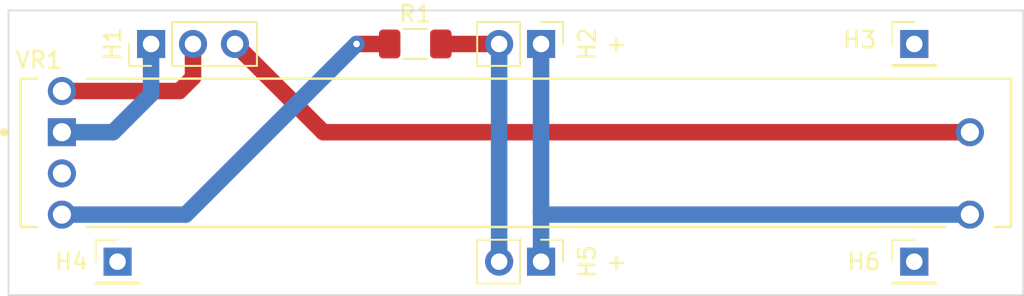
<source format=kicad_pcb>
(kicad_pcb (version 20171130) (host pcbnew 5.1.9-73d0e3b20d~88~ubuntu20.04.1)

  (general
    (thickness 1.6)
    (drawings 6)
    (tracks 19)
    (zones 0)
    (modules 8)
    (nets 1)
  )

  (page A4)
  (layers
    (0 F.Cu signal)
    (31 B.Cu signal)
    (32 B.Adhes user hide)
    (33 F.Adhes user hide)
    (34 B.Paste user hide)
    (35 F.Paste user hide)
    (36 B.SilkS user)
    (37 F.SilkS user)
    (38 B.Mask user)
    (39 F.Mask user)
    (40 Dwgs.User user)
    (41 Cmts.User user)
    (42 Eco1.User user hide)
    (43 Eco2.User user hide)
    (44 Edge.Cuts user)
    (45 Margin user)
    (46 B.CrtYd user)
    (47 F.CrtYd user)
    (48 B.Fab user hide)
    (49 F.Fab user hide)
  )

  (setup
    (last_trace_width 1)
    (user_trace_width 1)
    (trace_clearance 0.2)
    (zone_clearance 0.508)
    (zone_45_only no)
    (trace_min 0.2)
    (via_size 0.8)
    (via_drill 0.4)
    (via_min_size 0.4)
    (via_min_drill 0.3)
    (user_via 1 0.5)
    (uvia_size 0.3)
    (uvia_drill 0.1)
    (uvias_allowed no)
    (uvia_min_size 0.2)
    (uvia_min_drill 0.1)
    (edge_width 0.05)
    (segment_width 0.2)
    (pcb_text_width 0.3)
    (pcb_text_size 1.5 1.5)
    (mod_edge_width 0.12)
    (mod_text_size 1 1)
    (mod_text_width 0.15)
    (pad_size 1.524 1.524)
    (pad_drill 0.762)
    (pad_to_mask_clearance 0)
    (aux_axis_origin 120.396 91.44)
    (grid_origin 122.682 91.44)
    (visible_elements FFFFFF7F)
    (pcbplotparams
      (layerselection 0x010fc_ffffffff)
      (usegerberextensions false)
      (usegerberattributes true)
      (usegerberadvancedattributes true)
      (creategerberjobfile true)
      (excludeedgelayer true)
      (linewidth 0.100000)
      (plotframeref false)
      (viasonmask false)
      (mode 1)
      (useauxorigin false)
      (hpglpennumber 1)
      (hpglpenspeed 20)
      (hpglpendiameter 15.000000)
      (psnegative false)
      (psa4output false)
      (plotreference true)
      (plotvalue true)
      (plotinvisibletext false)
      (padsonsilk false)
      (subtractmaskfromsilk false)
      (outputformat 1)
      (mirror false)
      (drillshape 1)
      (scaleselection 1)
      (outputdirectory ""))
  )

  (net 0 "")

  (net_class Default "This is the default net class."
    (clearance 0.2)
    (trace_width 0.25)
    (via_dia 0.8)
    (via_drill 0.4)
    (uvia_dia 0.3)
    (uvia_drill 0.1)
  )

  (module Connector_PinHeader_2.54mm:PinHeader_1x03_P2.54mm_Vertical (layer F.Cu) (tedit 59FED5CC) (tstamp 605E6D38)
    (at 132.842 84.836 90)
    (descr "Through hole straight pin header, 1x03, 2.54mm pitch, single row")
    (tags "Through hole pin header THT 1x03 2.54mm single row")
    (fp_text reference H1 (at 0 -2.33 90) (layer F.SilkS)
      (effects (font (size 1 1) (thickness 0.15)))
    )
    (fp_text value PinHeader_1x03_P2.54mm_Vertical (at 0 7.41 90) (layer F.Fab)
      (effects (font (size 1 1) (thickness 0.15)))
    )
    (fp_text user %R (at 0 2.54) (layer F.Fab)
      (effects (font (size 1 1) (thickness 0.15)))
    )
    (fp_line (start -0.635 -1.27) (end 1.27 -1.27) (layer F.Fab) (width 0.1))
    (fp_line (start 1.27 -1.27) (end 1.27 6.35) (layer F.Fab) (width 0.1))
    (fp_line (start 1.27 6.35) (end -1.27 6.35) (layer F.Fab) (width 0.1))
    (fp_line (start -1.27 6.35) (end -1.27 -0.635) (layer F.Fab) (width 0.1))
    (fp_line (start -1.27 -0.635) (end -0.635 -1.27) (layer F.Fab) (width 0.1))
    (fp_line (start -1.33 6.41) (end 1.33 6.41) (layer F.SilkS) (width 0.12))
    (fp_line (start -1.33 1.27) (end -1.33 6.41) (layer F.SilkS) (width 0.12))
    (fp_line (start 1.33 1.27) (end 1.33 6.41) (layer F.SilkS) (width 0.12))
    (fp_line (start -1.33 1.27) (end 1.33 1.27) (layer F.SilkS) (width 0.12))
    (fp_line (start -1.33 0) (end -1.33 -1.33) (layer F.SilkS) (width 0.12))
    (fp_line (start -1.33 -1.33) (end 0 -1.33) (layer F.SilkS) (width 0.12))
    (fp_line (start -1.8 -1.8) (end -1.8 6.85) (layer F.CrtYd) (width 0.05))
    (fp_line (start -1.8 6.85) (end 1.8 6.85) (layer F.CrtYd) (width 0.05))
    (fp_line (start 1.8 6.85) (end 1.8 -1.8) (layer F.CrtYd) (width 0.05))
    (fp_line (start 1.8 -1.8) (end -1.8 -1.8) (layer F.CrtYd) (width 0.05))
    (pad 3 thru_hole oval (at 0 5.08 90) (size 1.7 1.7) (drill 1) (layers *.Cu *.Mask))
    (pad 2 thru_hole oval (at 0 2.54 90) (size 1.7 1.7) (drill 1) (layers *.Cu *.Mask))
    (pad 1 thru_hole rect (at 0 0 90) (size 1.7 1.7) (drill 1) (layers *.Cu *.Mask))
    (model ${KISYS3DMOD}/Connector_PinHeader_2.54mm.3dshapes/PinHeader_1x03_P2.54mm_Vertical.wrl
      (at (xyz 0 0 0))
      (scale (xyz 1 1 1))
      (rotate (xyz 0 0 0))
    )
  )

  (module Connector_PinHeader_2.54mm:PinHeader_1x01_P2.54mm_Vertical (layer F.Cu) (tedit 59FED5CC) (tstamp 605E6C67)
    (at 179.07 98.044)
    (descr "Through hole straight pin header, 1x01, 2.54mm pitch, single row")
    (tags "Through hole pin header THT 1x01 2.54mm single row")
    (fp_text reference H6 (at -3.048 0) (layer F.SilkS)
      (effects (font (size 1 1) (thickness 0.15)))
    )
    (fp_text value PinHeader_1x01_P2.54mm_Vertical (at 0 2.33) (layer F.Fab)
      (effects (font (size 1 1) (thickness 0.15)))
    )
    (fp_line (start -0.635 -1.27) (end 1.27 -1.27) (layer F.Fab) (width 0.1))
    (fp_line (start 1.27 -1.27) (end 1.27 1.27) (layer F.Fab) (width 0.1))
    (fp_line (start 1.27 1.27) (end -1.27 1.27) (layer F.Fab) (width 0.1))
    (fp_line (start -1.27 1.27) (end -1.27 -0.635) (layer F.Fab) (width 0.1))
    (fp_line (start -1.27 -0.635) (end -0.635 -1.27) (layer F.Fab) (width 0.1))
    (fp_line (start -1.33 1.33) (end 1.33 1.33) (layer F.SilkS) (width 0.12))
    (fp_line (start -1.33 1.27) (end -1.33 1.33) (layer F.SilkS) (width 0.12))
    (fp_line (start 1.33 1.27) (end 1.33 1.33) (layer F.SilkS) (width 0.12))
    (fp_line (start -1.33 1.27) (end 1.33 1.27) (layer F.SilkS) (width 0.12))
    (fp_line (start -1.33 0) (end -1.33 -1.33) (layer F.SilkS) (width 0.12))
    (fp_line (start -1.33 -1.33) (end 0 -1.33) (layer F.SilkS) (width 0.12))
    (fp_line (start -1.8 -1.8) (end -1.8 1.8) (layer F.CrtYd) (width 0.05))
    (fp_line (start -1.8 1.8) (end 1.8 1.8) (layer F.CrtYd) (width 0.05))
    (fp_line (start 1.8 1.8) (end 1.8 -1.8) (layer F.CrtYd) (width 0.05))
    (fp_line (start 1.8 -1.8) (end -1.8 -1.8) (layer F.CrtYd) (width 0.05))
    (fp_text user %R (at 0 0 90) (layer F.Fab)
      (effects (font (size 1 1) (thickness 0.15)))
    )
    (pad 1 thru_hole rect (at 0 0) (size 1.7 1.7) (drill 1) (layers *.Cu *.Mask))
    (model ${KISYS3DMOD}/Connector_PinHeader_2.54mm.3dshapes/PinHeader_1x01_P2.54mm_Vertical.wrl
      (at (xyz 0 0 0))
      (scale (xyz 1 1 1))
      (rotate (xyz 0 0 0))
    )
  )

  (module Connector_PinHeader_2.54mm:PinHeader_1x01_P2.54mm_Vertical (layer F.Cu) (tedit 59FED5CC) (tstamp 605E6C3A)
    (at 179.07 84.836)
    (descr "Through hole straight pin header, 1x01, 2.54mm pitch, single row")
    (tags "Through hole pin header THT 1x01 2.54mm single row")
    (fp_text reference H3 (at -3.302 -0.254) (layer F.SilkS)
      (effects (font (size 1 1) (thickness 0.15)))
    )
    (fp_text value PinHeader_1x01_P2.54mm_Vertical (at 0 2.33) (layer F.Fab)
      (effects (font (size 1 1) (thickness 0.15)))
    )
    (fp_line (start -0.635 -1.27) (end 1.27 -1.27) (layer F.Fab) (width 0.1))
    (fp_line (start 1.27 -1.27) (end 1.27 1.27) (layer F.Fab) (width 0.1))
    (fp_line (start 1.27 1.27) (end -1.27 1.27) (layer F.Fab) (width 0.1))
    (fp_line (start -1.27 1.27) (end -1.27 -0.635) (layer F.Fab) (width 0.1))
    (fp_line (start -1.27 -0.635) (end -0.635 -1.27) (layer F.Fab) (width 0.1))
    (fp_line (start -1.33 1.33) (end 1.33 1.33) (layer F.SilkS) (width 0.12))
    (fp_line (start -1.33 1.27) (end -1.33 1.33) (layer F.SilkS) (width 0.12))
    (fp_line (start 1.33 1.27) (end 1.33 1.33) (layer F.SilkS) (width 0.12))
    (fp_line (start -1.33 1.27) (end 1.33 1.27) (layer F.SilkS) (width 0.12))
    (fp_line (start -1.33 0) (end -1.33 -1.33) (layer F.SilkS) (width 0.12))
    (fp_line (start -1.33 -1.33) (end 0 -1.33) (layer F.SilkS) (width 0.12))
    (fp_line (start -1.8 -1.8) (end -1.8 1.8) (layer F.CrtYd) (width 0.05))
    (fp_line (start -1.8 1.8) (end 1.8 1.8) (layer F.CrtYd) (width 0.05))
    (fp_line (start 1.8 1.8) (end 1.8 -1.8) (layer F.CrtYd) (width 0.05))
    (fp_line (start 1.8 -1.8) (end -1.8 -1.8) (layer F.CrtYd) (width 0.05))
    (fp_text user %R (at 0 0 90) (layer F.Fab)
      (effects (font (size 1 1) (thickness 0.15)))
    )
    (pad 1 thru_hole rect (at 0 0) (size 1.7 1.7) (drill 1) (layers *.Cu *.Mask))
    (model ${KISYS3DMOD}/Connector_PinHeader_2.54mm.3dshapes/PinHeader_1x01_P2.54mm_Vertical.wrl
      (at (xyz 0 0 0))
      (scale (xyz 1 1 1))
      (rotate (xyz 0 0 0))
    )
  )

  (module Resistor_SMD:R_1206_3216Metric_Pad1.30x1.75mm_HandSolder (layer F.Cu) (tedit 5F68FEEE) (tstamp 605E6BDC)
    (at 148.844 84.836)
    (descr "Resistor SMD 1206 (3216 Metric), square (rectangular) end terminal, IPC_7351 nominal with elongated pad for handsoldering. (Body size source: IPC-SM-782 page 72, https://www.pcb-3d.com/wordpress/wp-content/uploads/ipc-sm-782a_amendment_1_and_2.pdf), generated with kicad-footprint-generator")
    (tags "resistor handsolder")
    (attr smd)
    (fp_text reference R1 (at 0 -1.82) (layer F.SilkS)
      (effects (font (size 1 1) (thickness 0.15)))
    )
    (fp_text value R_1206_3216Metric_Pad1.30x1.75mm_HandSolder (at 0 1.82) (layer F.Fab)
      (effects (font (size 1 1) (thickness 0.15)))
    )
    (fp_line (start -1.6 0.8) (end -1.6 -0.8) (layer F.Fab) (width 0.1))
    (fp_line (start -1.6 -0.8) (end 1.6 -0.8) (layer F.Fab) (width 0.1))
    (fp_line (start 1.6 -0.8) (end 1.6 0.8) (layer F.Fab) (width 0.1))
    (fp_line (start 1.6 0.8) (end -1.6 0.8) (layer F.Fab) (width 0.1))
    (fp_line (start -0.727064 -0.91) (end 0.727064 -0.91) (layer F.SilkS) (width 0.12))
    (fp_line (start -0.727064 0.91) (end 0.727064 0.91) (layer F.SilkS) (width 0.12))
    (fp_line (start -2.45 1.12) (end -2.45 -1.12) (layer F.CrtYd) (width 0.05))
    (fp_line (start -2.45 -1.12) (end 2.45 -1.12) (layer F.CrtYd) (width 0.05))
    (fp_line (start 2.45 -1.12) (end 2.45 1.12) (layer F.CrtYd) (width 0.05))
    (fp_line (start 2.45 1.12) (end -2.45 1.12) (layer F.CrtYd) (width 0.05))
    (fp_text user %R (at 0 0) (layer F.Fab)
      (effects (font (size 0.8 0.8) (thickness 0.12)))
    )
    (pad 1 smd roundrect (at -1.55 0) (size 1.3 1.75) (layers F.Cu F.Paste F.Mask) (roundrect_rratio 0.192308))
    (pad 2 smd roundrect (at 1.55 0) (size 1.3 1.75) (layers F.Cu F.Paste F.Mask) (roundrect_rratio 0.192308))
    (model ${KISYS3DMOD}/Resistor_SMD.3dshapes/R_1206_3216Metric.wrl
      (at (xyz 0 0 0))
      (scale (xyz 1 1 1))
      (rotate (xyz 0 0 0))
    )
  )

  (module Connector_PinHeader_2.54mm:PinHeader_1x02_P2.54mm_Vertical (layer F.Cu) (tedit 59FED5CC) (tstamp 605E6BB0)
    (at 156.464 98.044 270)
    (descr "Through hole straight pin header, 1x02, 2.54mm pitch, single row")
    (tags "Through hole pin header THT 1x02 2.54mm single row")
    (fp_text reference H5 (at 0 -2.794 90) (layer F.SilkS)
      (effects (font (size 1 1) (thickness 0.15)))
    )
    (fp_text value PinHeader_1x02_P2.54mm_Vertical (at 0 4.87 90) (layer F.Fab)
      (effects (font (size 1 1) (thickness 0.15)))
    )
    (fp_line (start -0.635 -1.27) (end 1.27 -1.27) (layer F.Fab) (width 0.1))
    (fp_line (start 1.27 -1.27) (end 1.27 3.81) (layer F.Fab) (width 0.1))
    (fp_line (start 1.27 3.81) (end -1.27 3.81) (layer F.Fab) (width 0.1))
    (fp_line (start -1.27 3.81) (end -1.27 -0.635) (layer F.Fab) (width 0.1))
    (fp_line (start -1.27 -0.635) (end -0.635 -1.27) (layer F.Fab) (width 0.1))
    (fp_line (start -1.33 3.87) (end 1.33 3.87) (layer F.SilkS) (width 0.12))
    (fp_line (start -1.33 1.27) (end -1.33 3.87) (layer F.SilkS) (width 0.12))
    (fp_line (start 1.33 1.27) (end 1.33 3.87) (layer F.SilkS) (width 0.12))
    (fp_line (start -1.33 1.27) (end 1.33 1.27) (layer F.SilkS) (width 0.12))
    (fp_line (start -1.33 0) (end -1.33 -1.33) (layer F.SilkS) (width 0.12))
    (fp_line (start -1.33 -1.33) (end 0 -1.33) (layer F.SilkS) (width 0.12))
    (fp_line (start -1.8 -1.8) (end -1.8 4.35) (layer F.CrtYd) (width 0.05))
    (fp_line (start -1.8 4.35) (end 1.8 4.35) (layer F.CrtYd) (width 0.05))
    (fp_line (start 1.8 4.35) (end 1.8 -1.8) (layer F.CrtYd) (width 0.05))
    (fp_line (start 1.8 -1.8) (end -1.8 -1.8) (layer F.CrtYd) (width 0.05))
    (fp_text user %R (at 0 1.27) (layer F.Fab)
      (effects (font (size 1 1) (thickness 0.15)))
    )
    (pad 1 thru_hole rect (at 0 0 270) (size 1.7 1.7) (drill 1) (layers *.Cu *.Mask))
    (pad 2 thru_hole oval (at 0 2.54 270) (size 1.7 1.7) (drill 1) (layers *.Cu *.Mask))
    (model ${KISYS3DMOD}/Connector_PinHeader_2.54mm.3dshapes/PinHeader_1x02_P2.54mm_Vertical.wrl
      (at (xyz 0 0 0))
      (scale (xyz 1 1 1))
      (rotate (xyz 0 0 0))
    )
  )

  (module Connector_PinHeader_2.54mm:PinHeader_1x02_P2.54mm_Vertical (layer F.Cu) (tedit 59FED5CC) (tstamp 605E6BAE)
    (at 156.464 84.836 270)
    (descr "Through hole straight pin header, 1x02, 2.54mm pitch, single row")
    (tags "Through hole pin header THT 1x02 2.54mm single row")
    (fp_text reference H2 (at 0 -2.794 90) (layer F.SilkS)
      (effects (font (size 1 1) (thickness 0.15)))
    )
    (fp_text value PinHeader_1x02_P2.54mm_Vertical (at 0 4.87 90) (layer F.Fab)
      (effects (font (size 1 1) (thickness 0.15)))
    )
    (fp_text user %R (at 0 1.27) (layer F.Fab)
      (effects (font (size 1 1) (thickness 0.15)))
    )
    (fp_line (start -0.635 -1.27) (end 1.27 -1.27) (layer F.Fab) (width 0.1))
    (fp_line (start 1.27 -1.27) (end 1.27 3.81) (layer F.Fab) (width 0.1))
    (fp_line (start 1.27 3.81) (end -1.27 3.81) (layer F.Fab) (width 0.1))
    (fp_line (start -1.27 3.81) (end -1.27 -0.635) (layer F.Fab) (width 0.1))
    (fp_line (start -1.27 -0.635) (end -0.635 -1.27) (layer F.Fab) (width 0.1))
    (fp_line (start -1.33 3.87) (end 1.33 3.87) (layer F.SilkS) (width 0.12))
    (fp_line (start -1.33 1.27) (end -1.33 3.87) (layer F.SilkS) (width 0.12))
    (fp_line (start 1.33 1.27) (end 1.33 3.87) (layer F.SilkS) (width 0.12))
    (fp_line (start -1.33 1.27) (end 1.33 1.27) (layer F.SilkS) (width 0.12))
    (fp_line (start -1.33 0) (end -1.33 -1.33) (layer F.SilkS) (width 0.12))
    (fp_line (start -1.33 -1.33) (end 0 -1.33) (layer F.SilkS) (width 0.12))
    (fp_line (start -1.8 -1.8) (end -1.8 4.35) (layer F.CrtYd) (width 0.05))
    (fp_line (start -1.8 4.35) (end 1.8 4.35) (layer F.CrtYd) (width 0.05))
    (fp_line (start 1.8 4.35) (end 1.8 -1.8) (layer F.CrtYd) (width 0.05))
    (fp_line (start 1.8 -1.8) (end -1.8 -1.8) (layer F.CrtYd) (width 0.05))
    (pad 2 thru_hole oval (at 0 2.54 270) (size 1.7 1.7) (drill 1) (layers *.Cu *.Mask))
    (pad 1 thru_hole rect (at 0 0 270) (size 1.7 1.7) (drill 1) (layers *.Cu *.Mask))
    (model ${KISYS3DMOD}/Connector_PinHeader_2.54mm.3dshapes/PinHeader_1x02_P2.54mm_Vertical.wrl
      (at (xyz 0 0 0))
      (scale (xyz 1 1 1))
      (rotate (xyz 0 0 0))
    )
  )

  (module Connector_PinHeader_2.54mm:PinHeader_1x01_P2.54mm_Vertical (layer F.Cu) (tedit 59FED5CC) (tstamp 605E5837)
    (at 130.81 98.044)
    (descr "Through hole straight pin header, 1x01, 2.54mm pitch, single row")
    (tags "Through hole pin header THT 1x01 2.54mm single row")
    (fp_text reference H4 (at -2.794 0) (layer F.SilkS)
      (effects (font (size 1 1) (thickness 0.15)))
    )
    (fp_text value PinHeader_1x01_P2.54mm_Vertical (at 0 2.33) (layer F.Fab)
      (effects (font (size 1 1) (thickness 0.15)))
    )
    (fp_text user %R (at 0 0 90) (layer F.Fab)
      (effects (font (size 1 1) (thickness 0.15)))
    )
    (fp_line (start -0.635 -1.27) (end 1.27 -1.27) (layer F.Fab) (width 0.1))
    (fp_line (start 1.27 -1.27) (end 1.27 1.27) (layer F.Fab) (width 0.1))
    (fp_line (start 1.27 1.27) (end -1.27 1.27) (layer F.Fab) (width 0.1))
    (fp_line (start -1.27 1.27) (end -1.27 -0.635) (layer F.Fab) (width 0.1))
    (fp_line (start -1.27 -0.635) (end -0.635 -1.27) (layer F.Fab) (width 0.1))
    (fp_line (start -1.33 1.33) (end 1.33 1.33) (layer F.SilkS) (width 0.12))
    (fp_line (start -1.33 1.27) (end -1.33 1.33) (layer F.SilkS) (width 0.12))
    (fp_line (start 1.33 1.27) (end 1.33 1.33) (layer F.SilkS) (width 0.12))
    (fp_line (start -1.33 1.27) (end 1.33 1.27) (layer F.SilkS) (width 0.12))
    (fp_line (start -1.33 0) (end -1.33 -1.33) (layer F.SilkS) (width 0.12))
    (fp_line (start -1.33 -1.33) (end 0 -1.33) (layer F.SilkS) (width 0.12))
    (fp_line (start -1.8 -1.8) (end -1.8 1.8) (layer F.CrtYd) (width 0.05))
    (fp_line (start -1.8 1.8) (end 1.8 1.8) (layer F.CrtYd) (width 0.05))
    (fp_line (start 1.8 1.8) (end 1.8 -1.8) (layer F.CrtYd) (width 0.05))
    (fp_line (start 1.8 -1.8) (end -1.8 -1.8) (layer F.CrtYd) (width 0.05))
    (pad 1 thru_hole rect (at 0 0) (size 1.7 1.7) (drill 1) (layers *.Cu *.Mask))
    (model ${KISYS3DMOD}/Connector_PinHeader_2.54mm.3dshapes/PinHeader_1x01_P2.54mm_Vertical.wrl
      (at (xyz 0 0 0))
      (scale (xyz 1 1 1))
      (rotate (xyz 0 0 0))
    )
  )

  (module Bourns_PTL45:Bourns-PTL45-15R0-103B2-0 (layer F.Cu) (tedit 5EF19573) (tstamp 605E3A04)
    (at 154.94 91.44)
    (fp_text reference VR1 (at -30.4 -5.625) (layer F.SilkS)
      (effects (font (size 1 1) (thickness 0.15)) (justify left))
    )
    (fp_text value "" (at 0 0) (layer F.SilkS)
      (effects (font (size 1.27 1.27) (thickness 0.15)))
    )
    (fp_line (start -30 4.5) (end -30 -4.5) (layer F.Fab) (width 0.15))
    (fp_line (start -30 -4.5) (end 30 -4.5) (layer F.Fab) (width 0.15))
    (fp_line (start 30 -4.5) (end 30 4.5) (layer F.Fab) (width 0.15))
    (fp_line (start 30 4.5) (end -30 4.5) (layer F.Fab) (width 0.15))
    (fp_line (start 30.275 -4.775) (end 30.275 -4.775) (layer F.CrtYd) (width 0.15))
    (fp_line (start 30.275 -4.775) (end -30.275 -4.775) (layer F.CrtYd) (width 0.15))
    (fp_line (start -30.275 -4.775) (end -30.275 4.775) (layer F.CrtYd) (width 0.15))
    (fp_line (start -30.275 4.775) (end 30.275 4.775) (layer F.CrtYd) (width 0.15))
    (fp_line (start 30.275 4.775) (end 30.275 -4.775) (layer F.CrtYd) (width 0.15))
    (fp_circle (center -31 -1.25) (end -30.875 -1.25) (layer F.SilkS) (width 0.25))
    (fp_line (start 30 -4.5) (end -26 -4.5) (layer F.SilkS) (width 0.15))
    (fp_line (start -26 4.5) (end 26 4.5) (layer F.SilkS) (width 0.15))
    (fp_line (start 30 -4.5) (end 30 4.5) (layer F.SilkS) (width 0.15))
    (fp_line (start -30 -4.5) (end -30 4.5) (layer F.SilkS) (width 0.15))
    (fp_line (start -30 -4.5) (end -29 -4.5) (layer F.SilkS) (width 0.15))
    (fp_line (start -30 4.5) (end -29 4.5) (layer F.SilkS) (width 0.15))
    (fp_line (start 30 4.5) (end 29 4.5) (layer F.SilkS) (width 0.15))
    (pad 3 thru_hole circle (at 27.5 -1.25) (size 1.7 1.7) (drill 1.1) (layers *.Cu))
    (pad B thru_hole circle (at 27.5 3.75) (size 1.7 1.7) (drill 1.1) (layers *.Cu))
    (pad 2 thru_hole circle (at -27.5 -3.75) (size 1.7 1.7) (drill 1.1) (layers *.Cu))
    (pad 1 thru_hole rect (at -27.5 -1.25) (size 1.7 1.7) (drill 1.1) (layers *.Cu))
    (pad L thru_hole circle (at -27.5 1.25) (size 1.7 1.7) (drill 1.1) (layers *.Cu))
    (pad E thru_hole circle (at -27.5 3.75) (size 1.7 1.7) (drill 1.1) (layers *.Cu))
    (model eec.models/Bourns_-_PTL45-15R0-103B2.step
      (at (xyz 0 0 0))
      (scale (xyz 1 1 1))
      (rotate (xyz 0 0 0))
    )
  )

  (gr_text + (at 161.036 98.044) (layer F.SilkS) (tstamp 605E732C)
    (effects (font (size 1 1) (thickness 0.15)))
  )
  (gr_line (start 185.674 82.804) (end 185.674 100.076) (layer Edge.Cuts) (width 0.1))
  (gr_line (start 124.206 82.804) (end 185.674 82.804) (layer Edge.Cuts) (width 0.1))
  (gr_line (start 124.206 100.076) (end 124.206 82.804) (layer Edge.Cuts) (width 0.1))
  (gr_line (start 185.674 100.076) (end 124.206 100.076) (layer Edge.Cuts) (width 0.1))
  (gr_text + (at 161.036 84.836) (layer F.SilkS)
    (effects (font (size 1 1) (thickness 0.15)))
  )

  (via (at 145.288 84.836) (size 0.8) (drill 0.4) (layers F.Cu B.Cu) (net 0) (tstamp 605E6BEC))
  (segment (start 145.288 84.836) (end 147.294 84.836) (width 1) (layer F.Cu) (net 0) (tstamp 605E6BED))
  (segment (start 134.934 95.19) (end 145.288 84.836) (width 1) (layer B.Cu) (net 0))
  (segment (start 127.44 95.19) (end 134.934 95.19) (width 1) (layer B.Cu) (net 0))
  (segment (start 150.394 84.836) (end 153.924 84.836) (width 1) (layer F.Cu) (net 0))
  (segment (start 153.924 84.836) (end 153.924 98.044) (width 1) (layer B.Cu) (net 0))
  (segment (start 182.44 95.19) (end 156.658 95.19) (width 1) (layer B.Cu) (net 0))
  (segment (start 156.658 95.19) (end 156.464 94.996) (width 1) (layer B.Cu) (net 0))
  (segment (start 156.464 94.996) (end 156.464 84.836) (width 1) (layer B.Cu) (net 0))
  (segment (start 156.464 98.044) (end 156.464 94.996) (width 1) (layer B.Cu) (net 0))
  (segment (start 143.256 90.17) (end 137.902 84.816) (width 1) (layer F.Cu) (net 0))
  (segment (start 132.842 87.884) (end 132.842 84.836) (width 1) (layer B.Cu) (net 0))
  (segment (start 130.536 90.19) (end 132.842 87.884) (width 1) (layer B.Cu) (net 0))
  (segment (start 127.44 90.19) (end 130.536 90.19) (width 1) (layer B.Cu) (net 0))
  (segment (start 127.44 87.69) (end 134.56 87.69) (width 1) (layer F.Cu) (net 0))
  (segment (start 135.382 86.868) (end 135.382 84.836) (width 1) (layer F.Cu) (net 0))
  (segment (start 134.56 87.69) (end 135.382 86.868) (width 1) (layer F.Cu) (net 0))
  (segment (start 143.276 90.19) (end 143.256 90.17) (width 1) (layer F.Cu) (net 0))
  (segment (start 182.44 90.19) (end 143.276 90.19) (width 1) (layer F.Cu) (net 0))

)

</source>
